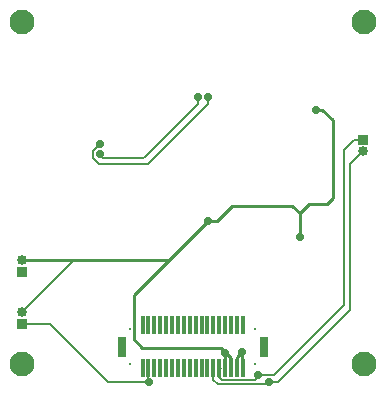
<source format=gbl>
%TF.GenerationSoftware,KiCad,Pcbnew,(5.1.10)-1*%
%TF.CreationDate,2021-12-14T18:37:17+01:00*%
%TF.ProjectId,shield_v1,73686965-6c64-45f7-9631-2e6b69636164,rev?*%
%TF.SameCoordinates,Original*%
%TF.FileFunction,Copper,L2,Bot*%
%TF.FilePolarity,Positive*%
%FSLAX46Y46*%
G04 Gerber Fmt 4.6, Leading zero omitted, Abs format (unit mm)*
G04 Created by KiCad (PCBNEW (5.1.10)-1) date 2021-12-14 18:37:17*
%MOMM*%
%LPD*%
G01*
G04 APERTURE LIST*
%TA.AperFunction,WasherPad*%
%ADD10C,2.100000*%
%TD*%
%TA.AperFunction,ComponentPad*%
%ADD11C,0.300000*%
%TD*%
%TA.AperFunction,SMDPad,CuDef*%
%ADD12R,0.800000X1.800000*%
%TD*%
%TA.AperFunction,SMDPad,CuDef*%
%ADD13R,0.300000X1.600000*%
%TD*%
%TA.AperFunction,ComponentPad*%
%ADD14O,0.850000X0.850000*%
%TD*%
%TA.AperFunction,ComponentPad*%
%ADD15R,0.850000X0.850000*%
%TD*%
%TA.AperFunction,ViaPad*%
%ADD16C,0.700000*%
%TD*%
%TA.AperFunction,Conductor*%
%ADD17C,0.250000*%
%TD*%
%TA.AperFunction,Conductor*%
%ADD18C,0.200000*%
%TD*%
G04 APERTURE END LIST*
D10*
%TO.P,REF\u002A\u002A,*%
%TO.N,*%
X52000000Y-81000000D03*
%TD*%
%TO.P,REF\u002A\u002A,*%
%TO.N,*%
X81000000Y-81000000D03*
%TD*%
%TO.P,REF\u002A\u002A,*%
%TO.N,*%
X81000000Y-52000000D03*
%TD*%
%TO.P,REF\u002A\u002A,*%
%TO.N,*%
X52000000Y-52000000D03*
%TD*%
D11*
%TO.P,J5,MH2*%
%TO.N,N/C*%
X71800000Y-78000000D03*
%TO.P,J5,MH1*%
X61200000Y-78000000D03*
%TD*%
D12*
%TO.P,J4,MP2*%
%TO.N,Net-(J4-PadMP2)*%
X72489520Y-79501140D03*
%TO.P,J4,MP1*%
%TO.N,Net-(J4-PadMP1)*%
X60489520Y-79501140D03*
D11*
%TO.P,J4,MH2*%
%TO.N,N/C*%
X71789520Y-81001140D03*
%TO.P,J4,MH1*%
X61189520Y-81001140D03*
D13*
%TO.P,J4,36*%
%TO.N,GND*%
X70739520Y-81301140D03*
%TO.P,J4,35*%
%TO.N,Net-(J4-Pad35)*%
X70739520Y-77701140D03*
%TO.P,J4,34*%
%TO.N,GND*%
X70239520Y-81301140D03*
%TO.P,J4,33*%
%TO.N,Net-(J4-Pad33)*%
X70239520Y-77701140D03*
%TO.P,J4,32*%
%TO.N,+3V3*%
X69739520Y-81301140D03*
%TO.P,J4,31*%
%TO.N,Net-(J4-Pad31)*%
X69739520Y-77701140D03*
%TO.P,J4,30*%
%TO.N,+3V3*%
X69239520Y-81301140D03*
%TO.P,J4,29*%
%TO.N,Net-(J4-Pad29)*%
X69239520Y-77701140D03*
%TO.P,J4,28*%
%TO.N,SCL*%
X68739520Y-81301140D03*
%TO.P,J4,27*%
%TO.N,Net-(J4-Pad27)*%
X68739520Y-77701140D03*
%TO.P,J4,26*%
%TO.N,SDA*%
X68239520Y-81301140D03*
%TO.P,J4,25*%
%TO.N,Net-(J4-Pad25)*%
X68239520Y-77701140D03*
%TO.P,J4,24*%
%TO.N,Net-(J4-Pad24)*%
X67739520Y-81301140D03*
%TO.P,J4,23*%
%TO.N,Net-(J4-Pad23)*%
X67739520Y-77701140D03*
%TO.P,J4,22*%
%TO.N,Net-(J4-Pad22)*%
X67239520Y-81301140D03*
%TO.P,J4,21*%
%TO.N,Net-(J4-Pad21)*%
X67239520Y-77701140D03*
%TO.P,J4,20*%
%TO.N,Net-(J4-Pad20)*%
X66739520Y-81301140D03*
%TO.P,J4,19*%
%TO.N,Net-(J4-Pad19)*%
X66739520Y-77701140D03*
%TO.P,J4,18*%
%TO.N,Net-(J4-Pad18)*%
X66239520Y-81301140D03*
%TO.P,J4,17*%
%TO.N,Net-(J4-Pad17)*%
X66239520Y-77701140D03*
%TO.P,J4,16*%
%TO.N,Net-(J4-Pad16)*%
X65739520Y-81301140D03*
%TO.P,J4,15*%
%TO.N,Net-(J4-Pad15)*%
X65739520Y-77701140D03*
%TO.P,J4,14*%
%TO.N,Net-(J4-Pad14)*%
X65239520Y-81301140D03*
%TO.P,J4,13*%
%TO.N,Net-(J4-Pad13)*%
X65239520Y-77701140D03*
%TO.P,J4,12*%
%TO.N,Net-(J4-Pad12)*%
X64739520Y-81301140D03*
%TO.P,J4,11*%
%TO.N,Net-(J4-Pad11)*%
X64739520Y-77701140D03*
%TO.P,J4,10*%
%TO.N,Net-(J4-Pad10)*%
X64239520Y-81301140D03*
%TO.P,J4,9*%
%TO.N,Net-(J4-Pad9)*%
X64239520Y-77701140D03*
%TO.P,J4,8*%
%TO.N,Net-(J4-Pad8)*%
X63739520Y-81301140D03*
%TO.P,J4,7*%
%TO.N,Net-(J4-Pad7)*%
X63739520Y-77701140D03*
%TO.P,J4,6*%
%TO.N,Net-(J4-Pad6)*%
X63239520Y-81301140D03*
%TO.P,J4,5*%
%TO.N,Net-(J4-Pad5)*%
X63239520Y-77701140D03*
%TO.P,J4,4*%
%TO.N,A1*%
X62739520Y-81301140D03*
%TO.P,J4,3*%
%TO.N,Net-(J4-Pad3)*%
X62739520Y-77701140D03*
%TO.P,J4,2*%
%TO.N,Net-(J4-Pad2)*%
X62239520Y-81301140D03*
%TO.P,J4,1*%
%TO.N,Net-(J4-Pad1)*%
X62239520Y-77701140D03*
%TD*%
D14*
%TO.P,J3,2*%
%TO.N,+3V3*%
X52000000Y-72152000D03*
D15*
%TO.P,J3,1*%
%TO.N,GND*%
X52000000Y-73152000D03*
%TD*%
D14*
%TO.P,J2,2*%
%TO.N,+3V3*%
X52000000Y-76571600D03*
D15*
%TO.P,J2,1*%
%TO.N,A1*%
X52000000Y-77571600D03*
%TD*%
D14*
%TO.P,J1,2*%
%TO.N,SDA*%
X80899000Y-62976000D03*
D15*
%TO.P,J1,1*%
%TO.N,SCL*%
X80899000Y-61976000D03*
%TD*%
D16*
%TO.N,GND*%
X70690740Y-79933800D03*
%TO.N,SCL*%
X72001380Y-81871820D03*
%TO.N,SDA*%
X72969120Y-82532220D03*
%TO.N,+3V3*%
X67818000Y-68834000D03*
X76962000Y-59436000D03*
X75565000Y-70231000D03*
X69239520Y-80008340D03*
%TO.N,TX2*%
X66936620Y-58356500D03*
X58618120Y-63218060D03*
%TO.N,TX1*%
X67759580Y-58356500D03*
X58633360Y-62362080D03*
%TO.N,A1*%
X62750700Y-82514440D03*
%TD*%
D17*
%TO.N,GND*%
X70239520Y-81301140D02*
X70239520Y-80385020D01*
X70239520Y-80385020D02*
X70690740Y-79933800D01*
D18*
X70690740Y-81252360D02*
X70739520Y-81301140D01*
D17*
X70690740Y-79933800D02*
X70690740Y-81252360D01*
D18*
X70690740Y-79933800D02*
X70690740Y-79933800D01*
D17*
%TO.N,SCL*%
X68767460Y-81329080D02*
X68739520Y-81301140D01*
D18*
X79293720Y-62854840D02*
X79293720Y-75938380D01*
X80172560Y-61976000D02*
X79293720Y-62854840D01*
X80899000Y-61976000D02*
X80172560Y-61976000D01*
X68929519Y-82301141D02*
X68739520Y-82111142D01*
X71740859Y-82301141D02*
X68929519Y-82301141D01*
X68739520Y-82111142D02*
X68739520Y-81301140D01*
X72001380Y-82040620D02*
X71740859Y-82301141D01*
X72001380Y-81871820D02*
X72001380Y-82040620D01*
X73360280Y-81871820D02*
X79293720Y-75938380D01*
X72001380Y-81871820D02*
X73360280Y-81871820D01*
%TO.N,SDA*%
X79842360Y-64032640D02*
X79842360Y-76441300D01*
X80899000Y-62976000D02*
X79842360Y-64032640D01*
X72849740Y-82651600D02*
X72969120Y-82532220D01*
X68589980Y-82651600D02*
X72849740Y-82651600D01*
X68239520Y-82301140D02*
X68589980Y-82651600D01*
X68239520Y-81301140D02*
X68239520Y-82301140D01*
X73751440Y-82532220D02*
X79842360Y-76441300D01*
X72969120Y-82532220D02*
X73751440Y-82532220D01*
D17*
%TO.N,+3V3*%
X76962000Y-59436000D02*
X77470000Y-59436000D01*
X78349001Y-60315001D02*
X78349001Y-66938999D01*
X77470000Y-59436000D02*
X78349001Y-60315001D01*
X78349001Y-66938999D02*
X77851000Y-67437000D01*
X77851000Y-67437000D02*
X76327000Y-67437000D01*
X75565000Y-68199000D02*
X75565000Y-70231000D01*
X76327000Y-67437000D02*
X75565000Y-68199000D01*
X69850000Y-67564000D02*
X68580000Y-68834000D01*
X68580000Y-68834000D02*
X67818000Y-68834000D01*
X74930000Y-67564000D02*
X69850000Y-67564000D01*
X75565000Y-68199000D02*
X74930000Y-67564000D01*
X64500000Y-72152000D02*
X67818000Y-68834000D01*
X69239520Y-81301140D02*
X69239520Y-80008340D01*
D18*
X69739520Y-80465160D02*
X69739520Y-81301140D01*
D17*
X69739520Y-80465160D02*
X69239520Y-79965160D01*
D18*
X69239520Y-79965160D02*
X69239520Y-79958320D01*
X69239520Y-80008340D02*
X69239520Y-79965160D01*
D17*
X61524522Y-78865102D02*
X61524522Y-75127478D01*
X62235080Y-79575660D02*
X61524522Y-78865102D01*
X68856860Y-79575660D02*
X62235080Y-79575660D01*
X61524522Y-75127478D02*
X64500000Y-72152000D01*
X69239520Y-79958320D02*
X68856860Y-79575660D01*
D18*
X56343040Y-72228560D02*
X56343040Y-72152000D01*
X52000000Y-76571600D02*
X56343040Y-72228560D01*
D17*
X56343040Y-72152000D02*
X64500000Y-72152000D01*
X51816000Y-72152000D02*
X56343040Y-72152000D01*
D18*
%TO.N,TX2*%
X66923920Y-58955940D02*
X62463922Y-63415938D01*
X58900060Y-63500000D02*
X58618120Y-63218060D01*
X62314002Y-63500000D02*
X58900060Y-63500000D01*
X66923920Y-58369200D02*
X66936620Y-58356500D01*
X66923920Y-58955940D02*
X66923920Y-58369200D01*
X62398064Y-63415938D02*
X62314002Y-63500000D01*
X62463922Y-63415938D02*
X62398064Y-63415938D01*
%TO.N,TX1*%
X62738720Y-64022520D02*
X67782440Y-58978800D01*
X58547000Y-64008000D02*
X62230280Y-64008000D01*
X58039000Y-63500000D02*
X58547000Y-64008000D01*
X58039000Y-62956440D02*
X58039000Y-63500000D01*
X58633360Y-62362080D02*
X58039000Y-62956440D01*
X67782440Y-58379360D02*
X67759580Y-58356500D01*
X67782440Y-58978800D02*
X67782440Y-58379360D01*
X62244800Y-64022520D02*
X62230280Y-64008000D01*
X62738720Y-64022520D02*
X62244800Y-64022520D01*
%TO.N,A1*%
X62754760Y-82449920D02*
X62754760Y-82449920D01*
X62754760Y-81316380D02*
X62739520Y-81301140D01*
X54381400Y-77571600D02*
X52000000Y-77571600D01*
X62739520Y-82503260D02*
X62750700Y-82514440D01*
X62739520Y-81301140D02*
X62739520Y-82503260D01*
X59324240Y-82514440D02*
X59240420Y-82430620D01*
X59240420Y-82430620D02*
X54381400Y-77571600D01*
X62750700Y-82514440D02*
X59324240Y-82514440D01*
%TD*%
M02*

</source>
